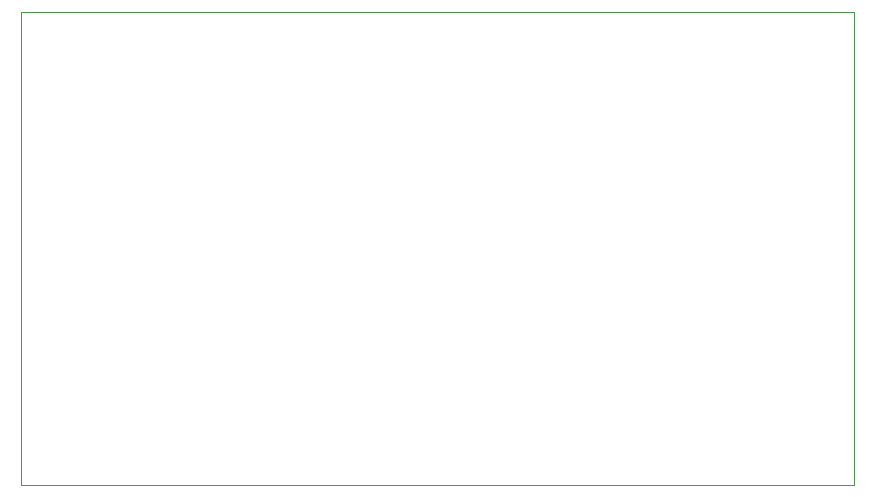
<source format=gm1>
G04 #@! TF.GenerationSoftware,KiCad,Pcbnew,(6.0.4)*
G04 #@! TF.CreationDate,2022-04-05T14:23:40+02:00*
G04 #@! TF.ProjectId,Wzmacniacz antenowy FM,577a6d61-636e-4696-9163-7a20616e7465,rev?*
G04 #@! TF.SameCoordinates,Original*
G04 #@! TF.FileFunction,Profile,NP*
%FSLAX46Y46*%
G04 Gerber Fmt 4.6, Leading zero omitted, Abs format (unit mm)*
G04 Created by KiCad (PCBNEW (6.0.4)) date 2022-04-05 14:23:40*
%MOMM*%
%LPD*%
G01*
G04 APERTURE LIST*
G04 #@! TA.AperFunction,Profile*
%ADD10C,0.100000*%
G04 #@! TD*
G04 APERTURE END LIST*
D10*
X115700000Y-67900000D02*
X186200000Y-67900000D01*
X186200000Y-67900000D02*
X186200000Y-107900000D01*
X186200000Y-107900000D02*
X115700000Y-107900000D01*
X115700000Y-107900000D02*
X115700000Y-67900000D01*
M02*

</source>
